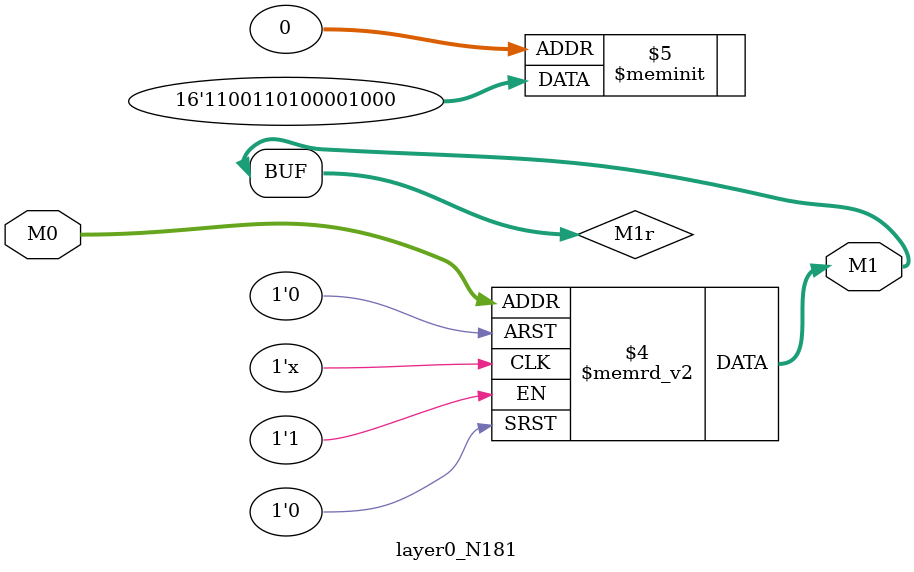
<source format=v>
module layer0_N181 ( input [2:0] M0, output [1:0] M1 );

	(*rom_style = "distributed" *) reg [1:0] M1r;
	assign M1 = M1r;
	always @ (M0) begin
		case (M0)
			3'b000: M1r = 2'b00;
			3'b100: M1r = 2'b01;
			3'b010: M1r = 2'b00;
			3'b110: M1r = 2'b00;
			3'b001: M1r = 2'b10;
			3'b101: M1r = 2'b11;
			3'b011: M1r = 2'b00;
			3'b111: M1r = 2'b11;

		endcase
	end
endmodule

</source>
